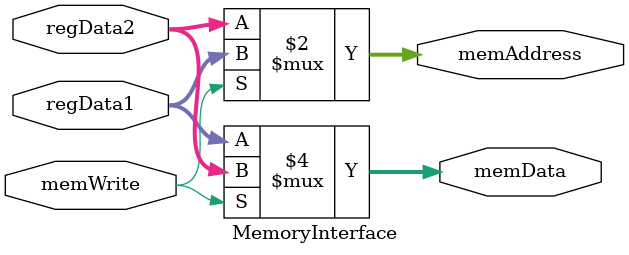
<source format=v>

module MemoryInterface(
    input       [15:0] regData1,
    input       [15:0] regData2,
    input              memWrite,
    output      [15:0] memAddress,
    output      [15:0] memData
);
    assign memAddress   = (memWrite == 1'b1) ? regData1 : regData2;
    assign memData      = (memWrite == 1'b0) ? regData1 : regData2;
endmodule

</source>
